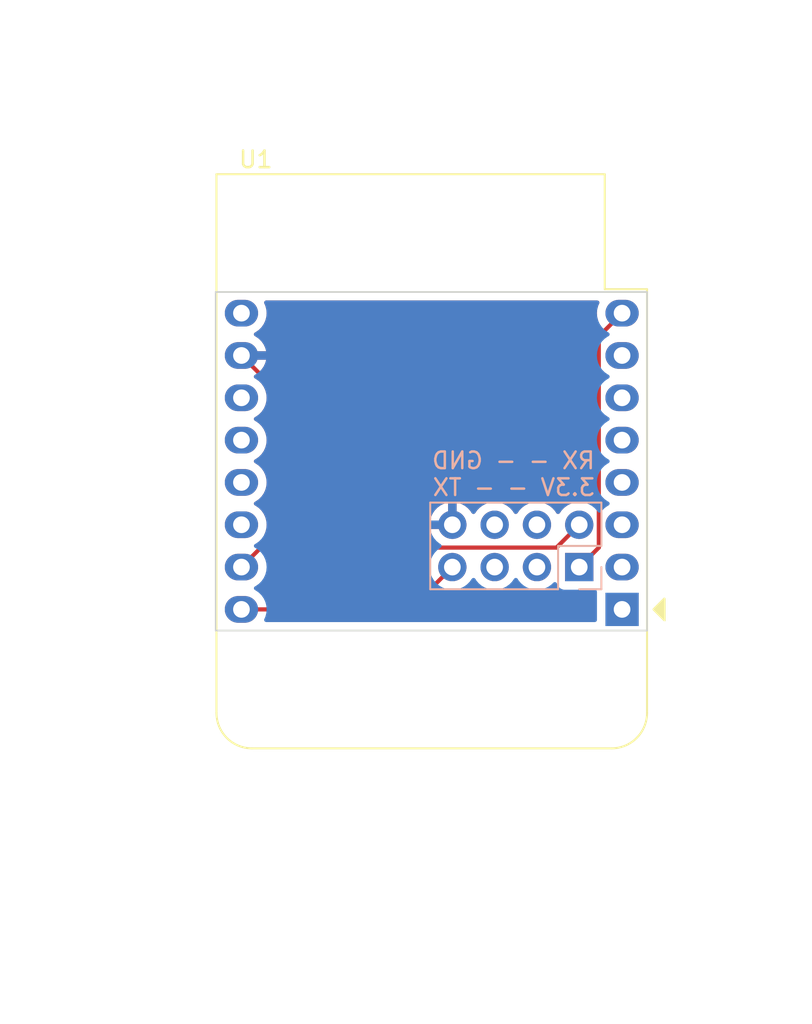
<source format=kicad_pcb>
(kicad_pcb (version 20211014) (generator pcbnew)
  (layers (0 "F.Cu" signal) (31 "B.Cu" signal) (34 "B.Paste" user) (35 "F.Paste" user) (36 "B.SilkS" user "B.Silkscreen") (37 "F.SilkS" user "F.Silkscreen") (38 "B.Mask" user) (39 "F.Mask" user) (44 "Edge.Cuts" user))
  (net 0 "")
  (net 1 "RX")
  (net 2 "TX")
  (net 3 "GND")
  (net 16 "+3.3V")
  (footprint "Module:WEMOS_D1_mini_light" (layer "F.Cu") (at 149.883 94.488 180)
    (fp_text reference "U1" (at 22 27) (layer "F.SilkS"))
    (fp_text value "WeMos_D1_mini")
    (fp_line (start -1.5 19.22) (end -1.5 -6.21) (layer "F.SilkS") (width 0.12))
    (fp_line (start -1.5 19.22) (end 1.04 19.22) (layer "F.SilkS") (width 0.12))
    (fp_line (start 1.04 26.12) (end 24.36 26.12) (layer "F.SilkS") (width 0.12))
    (fp_line (start 22.24 -8.34) (end 0.63 -8.34) (layer "F.SilkS") (width 0.12))
    (fp_line (start 24.36 26.12) (end 24.36 -6.21) (layer "F.SilkS") (width 0.12))
    (fp_line (start 1.04 19.22) (end 1.04 26.12) (layer "F.SilkS") (width 0.12))
    (fp_arc (start 22.23 -8.34) (mid 23.736137 -7.716137) (end 24.36 -6.21) (layer "F.SilkS") (width 0.12))
    (fp_arc (start -1.5 -6.21) (mid -0.876137 -7.716137) (end 0.63 -8.34) (layer "F.SilkS") (width 0.12))
    (fp_poly (pts (xy -2.54 -0.635) (xy -2.54 0.635) (xy -1.905 0)) (layer "F.SilkS") (width 0.15) (fill solid))
    (pad "1" thru_hole rect (at 0 0 180) (size 2 2) (drill 1) (layers *.Cu *.Mask))
    (pad "2" thru_hole oval (at 0 2.54 180) (size 2 1.6) (drill 1) (layers *.Cu *.Mask))
    (pad "3" thru_hole oval (at 0 5.08 180) (size 2 1.6) (drill 1) (layers *.Cu *.Mask))
    (pad "4" thru_hole oval (at 0 7.62 180) (size 2 1.6) (drill 1) (layers *.Cu *.Mask))
    (pad "5" thru_hole oval (at 0 10.16 180) (size 2 1.6) (drill 1) (layers *.Cu *.Mask))
    (pad "6" thru_hole oval (at 0 12.7 180) (size 2 1.6) (drill 1) (layers *.Cu *.Mask))
    (pad "7" thru_hole oval (at 0 15.24 180) (size 2 1.6) (drill 1) (layers *.Cu *.Mask))
    (pad "8" thru_hole oval (at 0 17.78 180) (size 2 1.6) (drill 1) (layers *.Cu *.Mask) (net 16 "+3.3V"))
    (pad "9" thru_hole oval (at 22.86 17.78 180) (size 2 1.6) (drill 1) (layers *.Cu *.Mask))
    (pad "10" thru_hole oval (at 22.86 15.24 180) (size 2 1.6) (drill 1) (layers *.Cu *.Mask) (net 3 "GND"))
    (pad "11" thru_hole oval (at 22.86 12.7 180) (size 2 1.6) (drill 1) (layers *.Cu *.Mask))
    (pad "12" thru_hole oval (at 22.86 10.16 180) (size 2 1.6) (drill 1) (layers *.Cu *.Mask))
    (pad "13" thru_hole oval (at 22.86 7.62 180) (size 2 1.6) (drill 1) (layers *.Cu *.Mask))
    (pad "14" thru_hole oval (at 22.86 5.08 180) (size 2 1.6) (drill 1) (layers *.Cu *.Mask))
    (pad "15" thru_hole oval (at 22.86 2.54 180) (size 2 1.6) (drill 1) (layers *.Cu *.Mask) (net 1 "RX"))
    (pad "16" thru_hole oval (at 22.86 0 180) (size 2 1.6) (drill 1) (layers *.Cu *.Mask) (net 2 "TX"))
  )
  (footprint "Connector_PinHeader_2.54mm:PinHeader_2x04_P2.54mm_Vertical" (layer "B.Cu") (at 147.31 91.948 90)
    (fp_text reference "J1" hide)
    (fp_text value "Conn_02x04_Odd_Even")
    (fp_line (start 3.87 1.33) (end 3.87 -8.95) (layer "B.SilkS") (width 0.12))
    (fp_line (start 1.27 -1.27) (end 1.27 1.33) (layer "B.SilkS") (width 0.12))
    (fp_line (start -1.33 -1.27) (end -1.33 -8.95) (layer "B.SilkS") (width 0.12))
    (fp_line (start -1.33 1.33) (end 0 1.33) (layer "B.SilkS") (width 0.12))
    (fp_line (start -1.33 0) (end -1.33 1.33) (layer "B.SilkS") (width 0.12))
    (fp_line (start -1.33 -8.95) (end 3.87 -8.95) (layer "B.SilkS") (width 0.12))
    (fp_line (start 1.27 1.33) (end 3.87 1.33) (layer "B.SilkS") (width 0.12))
    (fp_line (start -1.33 -1.27) (end 1.27 -1.27) (layer "B.SilkS") (width 0.12))
    (pad "1" thru_hole rect (at 0 0 90) (size 1.7 1.7) (drill 1) (layers *.Cu *.Mask) (net 16 "+3.3V"))
    (pad "2" thru_hole oval (at 2.54 0 90) (size 1.7 1.7) (drill 1) (layers *.Cu *.Mask) (net 1 "RX"))
    (pad "3" thru_hole oval (at 0 -2.54 90) (size 1.7 1.7) (drill 1) (layers *.Cu *.Mask))
    (pad "4" thru_hole oval (at 2.54 -2.54 90) (size 1.7 1.7) (drill 1) (layers *.Cu *.Mask))
    (pad "5" thru_hole oval (at 0 -5.08 90) (size 1.7 1.7) (drill 1) (layers *.Cu *.Mask))
    (pad "6" thru_hole oval (at 2.54 -5.08 90) (size 1.7 1.7) (drill 1) (layers *.Cu *.Mask))
    (pad "7" thru_hole oval (at 0 -7.62 90) (size 1.7 1.7) (drill 1) (layers *.Cu *.Mask) (net 2 "TX"))
    (pad "8" thru_hole oval (at 2.54 -7.62 90) (size 1.7 1.7) (drill 1) (layers *.Cu *.Mask) (net 3 "GND"))
  )
  (gr_line (start 125.476 75.438) (end 151.384 75.438) (layer "Edge.Cuts") (width 0.1))
  (gr_line (start 125.476 95.758) (end 125.476 75.438) (layer "Edge.Cuts") (width 0.1))
  (gr_line (start 151.384 95.758) (end 125.476 95.758) (layer "Edge.Cuts") (width 0.1))
  (gr_line (start 151.384 75.438) (end 151.384 95.758) (layer "Edge.Cuts") (width 0.1))
  (gr_text "RX - - GND\n3.3V - - TX" (at 148.336 86.36) (layer "B.SilkS") (effects (font (size 1 1)) (justify left mirror)))
  (segment (start 127.023 91.948) (end 128.193 90.778) (width 0.25) (layer "F.Cu") (net 1))
  (segment (start 145.945 90.778) (end 147.31 89.413) (width 0.25) (layer "F.Cu") (net 1))
  (segment (start 128.193 90.778) (end 145.945 90.778) (width 0.25) (layer "F.Cu") (net 1))
  (segment (start 127.023 94.488) (end 137.155 94.488) (width 0.25) (layer "F.Cu") (net 2))
  (segment (start 137.155 94.488) (end 139.69 91.953) (width 0.25) (layer "F.Cu") (net 2))
  (segment (start 139.69 89.413) (end 137.188 89.413) (width 0.25) (layer "F.Cu") (net 3))
  (segment (start 137.188 89.413) (end 127.023 79.248) (width 0.25) (layer "F.Cu") (net 3))
  (segment (start 148.485 78.106) (end 149.883 76.708) (width 0.25) (layer "F.Cu") (net 16))
  (segment (start 147.31 91.953) (end 148.485 90.778) (width 0.25) (layer "F.Cu") (net 16))
  (segment (start 148.485 90.778) (end 148.485 78.106) (width 0.25) (layer "F.Cu") (net 16))
  (zone (net 3) (net_name "GND") (layers F&B.Cu) (connect_pads (clearance 0.508)) (min_thickness 0.254) (fill yes (thermal_gap 0.508) (thermal_bridge_width 0.508))
    (polygon (pts (xy 161.29 119.38) (xy 112.522 119.38) (xy 112.522 57.912) (xy 161.29 57.912)))
  )
)
</source>
